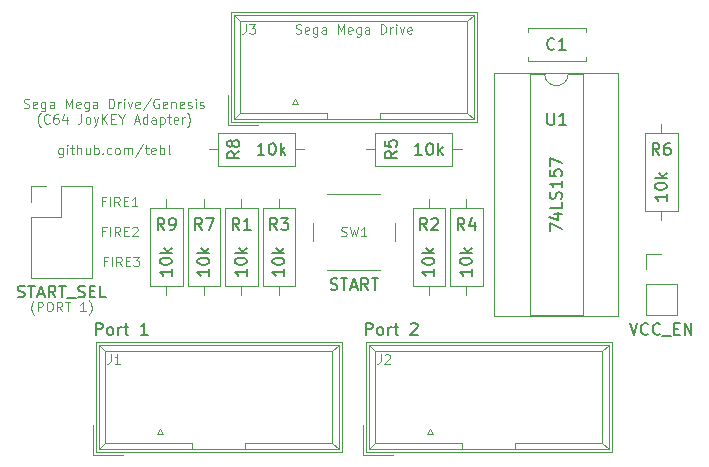
<source format=gto>
G04 #@! TF.GenerationSoftware,KiCad,Pcbnew,(5.1.8)-1*
G04 #@! TF.CreationDate,2021-02-26T23:44:03+01:00*
G04 #@! TF.ProjectId,Sega Mega Drive,53656761-204d-4656-9761-204472697665,rev?*
G04 #@! TF.SameCoordinates,Original*
G04 #@! TF.FileFunction,Legend,Top*
G04 #@! TF.FilePolarity,Positive*
%FSLAX46Y46*%
G04 Gerber Fmt 4.6, Leading zero omitted, Abs format (unit mm)*
G04 Created by KiCad (PCBNEW (5.1.8)-1) date 2021-02-26 23:44:03*
%MOMM*%
%LPD*%
G01*
G04 APERTURE LIST*
%ADD10C,0.100000*%
%ADD11C,0.120000*%
%ADD12C,0.150000*%
G04 APERTURE END LIST*
D10*
X117056190Y-99726666D02*
X117018095Y-99688571D01*
X116941904Y-99574285D01*
X116903809Y-99498095D01*
X116865714Y-99383809D01*
X116827619Y-99193333D01*
X116827619Y-99040952D01*
X116865714Y-98850476D01*
X116903809Y-98736190D01*
X116941904Y-98660000D01*
X117018095Y-98545714D01*
X117056190Y-98507619D01*
X117360952Y-99421904D02*
X117360952Y-98621904D01*
X117665714Y-98621904D01*
X117741904Y-98660000D01*
X117780000Y-98698095D01*
X117818095Y-98774285D01*
X117818095Y-98888571D01*
X117780000Y-98964761D01*
X117741904Y-99002857D01*
X117665714Y-99040952D01*
X117360952Y-99040952D01*
X118313333Y-98621904D02*
X118465714Y-98621904D01*
X118541904Y-98660000D01*
X118618095Y-98736190D01*
X118656190Y-98888571D01*
X118656190Y-99155238D01*
X118618095Y-99307619D01*
X118541904Y-99383809D01*
X118465714Y-99421904D01*
X118313333Y-99421904D01*
X118237142Y-99383809D01*
X118160952Y-99307619D01*
X118122857Y-99155238D01*
X118122857Y-98888571D01*
X118160952Y-98736190D01*
X118237142Y-98660000D01*
X118313333Y-98621904D01*
X119456190Y-99421904D02*
X119189523Y-99040952D01*
X118999047Y-99421904D02*
X118999047Y-98621904D01*
X119303809Y-98621904D01*
X119380000Y-98660000D01*
X119418095Y-98698095D01*
X119456190Y-98774285D01*
X119456190Y-98888571D01*
X119418095Y-98964761D01*
X119380000Y-99002857D01*
X119303809Y-99040952D01*
X118999047Y-99040952D01*
X119684761Y-98621904D02*
X120141904Y-98621904D01*
X119913333Y-99421904D02*
X119913333Y-98621904D01*
X121437142Y-99421904D02*
X120980000Y-99421904D01*
X121208571Y-99421904D02*
X121208571Y-98621904D01*
X121132380Y-98736190D01*
X121056190Y-98812380D01*
X120980000Y-98850476D01*
X121703809Y-99726666D02*
X121741904Y-99688571D01*
X121818095Y-99574285D01*
X121856190Y-99498095D01*
X121894285Y-99383809D01*
X121932380Y-99193333D01*
X121932380Y-99040952D01*
X121894285Y-98850476D01*
X121856190Y-98736190D01*
X121818095Y-98660000D01*
X121741904Y-98545714D01*
X121703809Y-98507619D01*
X123233808Y-95192857D02*
X122967142Y-95192857D01*
X122967142Y-95611904D02*
X122967142Y-94811904D01*
X123348094Y-94811904D01*
X123652856Y-95611904D02*
X123652856Y-94811904D01*
X124490951Y-95611904D02*
X124224285Y-95230952D01*
X124033808Y-95611904D02*
X124033808Y-94811904D01*
X124338570Y-94811904D01*
X124414761Y-94850000D01*
X124452856Y-94888095D01*
X124490951Y-94964285D01*
X124490951Y-95078571D01*
X124452856Y-95154761D01*
X124414761Y-95192857D01*
X124338570Y-95230952D01*
X124033808Y-95230952D01*
X124833808Y-95192857D02*
X125100475Y-95192857D01*
X125214761Y-95611904D02*
X124833808Y-95611904D01*
X124833808Y-94811904D01*
X125214761Y-94811904D01*
X125481427Y-94811904D02*
X125976666Y-94811904D01*
X125709999Y-95116666D01*
X125824285Y-95116666D01*
X125900475Y-95154761D01*
X125938570Y-95192857D01*
X125976666Y-95269047D01*
X125976666Y-95459523D01*
X125938570Y-95535714D01*
X125900475Y-95573809D01*
X125824285Y-95611904D01*
X125595713Y-95611904D01*
X125519523Y-95573809D01*
X125481427Y-95535714D01*
X123102856Y-92652857D02*
X122836190Y-92652857D01*
X122836190Y-93071904D02*
X122836190Y-92271904D01*
X123217142Y-92271904D01*
X123521904Y-93071904D02*
X123521904Y-92271904D01*
X124359999Y-93071904D02*
X124093333Y-92690952D01*
X123902856Y-93071904D02*
X123902856Y-92271904D01*
X124207618Y-92271904D01*
X124283809Y-92310000D01*
X124321904Y-92348095D01*
X124359999Y-92424285D01*
X124359999Y-92538571D01*
X124321904Y-92614761D01*
X124283809Y-92652857D01*
X124207618Y-92690952D01*
X123902856Y-92690952D01*
X124702856Y-92652857D02*
X124969523Y-92652857D01*
X125083809Y-93071904D02*
X124702856Y-93071904D01*
X124702856Y-92271904D01*
X125083809Y-92271904D01*
X125388571Y-92348095D02*
X125426666Y-92310000D01*
X125502856Y-92271904D01*
X125693333Y-92271904D01*
X125769523Y-92310000D01*
X125807618Y-92348095D01*
X125845714Y-92424285D01*
X125845714Y-92500476D01*
X125807618Y-92614761D01*
X125350475Y-93071904D01*
X125845714Y-93071904D01*
X123077142Y-90112857D02*
X122810476Y-90112857D01*
X122810476Y-90531904D02*
X122810476Y-89731904D01*
X123191428Y-89731904D01*
X123496190Y-90531904D02*
X123496190Y-89731904D01*
X124334285Y-90531904D02*
X124067619Y-90150952D01*
X123877142Y-90531904D02*
X123877142Y-89731904D01*
X124181904Y-89731904D01*
X124258095Y-89770000D01*
X124296190Y-89808095D01*
X124334285Y-89884285D01*
X124334285Y-89998571D01*
X124296190Y-90074761D01*
X124258095Y-90112857D01*
X124181904Y-90150952D01*
X123877142Y-90150952D01*
X124677142Y-90112857D02*
X124943809Y-90112857D01*
X125058095Y-90531904D02*
X124677142Y-90531904D01*
X124677142Y-89731904D01*
X125058095Y-89731904D01*
X125820000Y-90531904D02*
X125362857Y-90531904D01*
X125591428Y-90531904D02*
X125591428Y-89731904D01*
X125515238Y-89846190D01*
X125439047Y-89922380D01*
X125362857Y-89960476D01*
X116205952Y-82193809D02*
X116320238Y-82231904D01*
X116510714Y-82231904D01*
X116586904Y-82193809D01*
X116625000Y-82155714D01*
X116663095Y-82079523D01*
X116663095Y-82003333D01*
X116625000Y-81927142D01*
X116586904Y-81889047D01*
X116510714Y-81850952D01*
X116358333Y-81812857D01*
X116282142Y-81774761D01*
X116244047Y-81736666D01*
X116205952Y-81660476D01*
X116205952Y-81584285D01*
X116244047Y-81508095D01*
X116282142Y-81470000D01*
X116358333Y-81431904D01*
X116548809Y-81431904D01*
X116663095Y-81470000D01*
X117310714Y-82193809D02*
X117234523Y-82231904D01*
X117082142Y-82231904D01*
X117005952Y-82193809D01*
X116967857Y-82117619D01*
X116967857Y-81812857D01*
X117005952Y-81736666D01*
X117082142Y-81698571D01*
X117234523Y-81698571D01*
X117310714Y-81736666D01*
X117348809Y-81812857D01*
X117348809Y-81889047D01*
X116967857Y-81965238D01*
X118034523Y-81698571D02*
X118034523Y-82346190D01*
X117996428Y-82422380D01*
X117958333Y-82460476D01*
X117882142Y-82498571D01*
X117767857Y-82498571D01*
X117691666Y-82460476D01*
X118034523Y-82193809D02*
X117958333Y-82231904D01*
X117805952Y-82231904D01*
X117729761Y-82193809D01*
X117691666Y-82155714D01*
X117653571Y-82079523D01*
X117653571Y-81850952D01*
X117691666Y-81774761D01*
X117729761Y-81736666D01*
X117805952Y-81698571D01*
X117958333Y-81698571D01*
X118034523Y-81736666D01*
X118758333Y-82231904D02*
X118758333Y-81812857D01*
X118720238Y-81736666D01*
X118644047Y-81698571D01*
X118491666Y-81698571D01*
X118415476Y-81736666D01*
X118758333Y-82193809D02*
X118682142Y-82231904D01*
X118491666Y-82231904D01*
X118415476Y-82193809D01*
X118377380Y-82117619D01*
X118377380Y-82041428D01*
X118415476Y-81965238D01*
X118491666Y-81927142D01*
X118682142Y-81927142D01*
X118758333Y-81889047D01*
X119748809Y-82231904D02*
X119748809Y-81431904D01*
X120015476Y-82003333D01*
X120282142Y-81431904D01*
X120282142Y-82231904D01*
X120967857Y-82193809D02*
X120891666Y-82231904D01*
X120739285Y-82231904D01*
X120663095Y-82193809D01*
X120625000Y-82117619D01*
X120625000Y-81812857D01*
X120663095Y-81736666D01*
X120739285Y-81698571D01*
X120891666Y-81698571D01*
X120967857Y-81736666D01*
X121005952Y-81812857D01*
X121005952Y-81889047D01*
X120625000Y-81965238D01*
X121691666Y-81698571D02*
X121691666Y-82346190D01*
X121653571Y-82422380D01*
X121615476Y-82460476D01*
X121539285Y-82498571D01*
X121425000Y-82498571D01*
X121348809Y-82460476D01*
X121691666Y-82193809D02*
X121615476Y-82231904D01*
X121463095Y-82231904D01*
X121386904Y-82193809D01*
X121348809Y-82155714D01*
X121310714Y-82079523D01*
X121310714Y-81850952D01*
X121348809Y-81774761D01*
X121386904Y-81736666D01*
X121463095Y-81698571D01*
X121615476Y-81698571D01*
X121691666Y-81736666D01*
X122415476Y-82231904D02*
X122415476Y-81812857D01*
X122377380Y-81736666D01*
X122301190Y-81698571D01*
X122148809Y-81698571D01*
X122072619Y-81736666D01*
X122415476Y-82193809D02*
X122339285Y-82231904D01*
X122148809Y-82231904D01*
X122072619Y-82193809D01*
X122034523Y-82117619D01*
X122034523Y-82041428D01*
X122072619Y-81965238D01*
X122148809Y-81927142D01*
X122339285Y-81927142D01*
X122415476Y-81889047D01*
X123405952Y-82231904D02*
X123405952Y-81431904D01*
X123596428Y-81431904D01*
X123710714Y-81470000D01*
X123786904Y-81546190D01*
X123825000Y-81622380D01*
X123863095Y-81774761D01*
X123863095Y-81889047D01*
X123825000Y-82041428D01*
X123786904Y-82117619D01*
X123710714Y-82193809D01*
X123596428Y-82231904D01*
X123405952Y-82231904D01*
X124205952Y-82231904D02*
X124205952Y-81698571D01*
X124205952Y-81850952D02*
X124244047Y-81774761D01*
X124282142Y-81736666D01*
X124358333Y-81698571D01*
X124434523Y-81698571D01*
X124701190Y-82231904D02*
X124701190Y-81698571D01*
X124701190Y-81431904D02*
X124663095Y-81470000D01*
X124701190Y-81508095D01*
X124739285Y-81470000D01*
X124701190Y-81431904D01*
X124701190Y-81508095D01*
X125005952Y-81698571D02*
X125196428Y-82231904D01*
X125386904Y-81698571D01*
X125996428Y-82193809D02*
X125920238Y-82231904D01*
X125767857Y-82231904D01*
X125691666Y-82193809D01*
X125653571Y-82117619D01*
X125653571Y-81812857D01*
X125691666Y-81736666D01*
X125767857Y-81698571D01*
X125920238Y-81698571D01*
X125996428Y-81736666D01*
X126034523Y-81812857D01*
X126034523Y-81889047D01*
X125653571Y-81965238D01*
X126948809Y-81393809D02*
X126263095Y-82422380D01*
X127634523Y-81470000D02*
X127558333Y-81431904D01*
X127444047Y-81431904D01*
X127329761Y-81470000D01*
X127253571Y-81546190D01*
X127215476Y-81622380D01*
X127177380Y-81774761D01*
X127177380Y-81889047D01*
X127215476Y-82041428D01*
X127253571Y-82117619D01*
X127329761Y-82193809D01*
X127444047Y-82231904D01*
X127520238Y-82231904D01*
X127634523Y-82193809D01*
X127672619Y-82155714D01*
X127672619Y-81889047D01*
X127520238Y-81889047D01*
X128320238Y-82193809D02*
X128244047Y-82231904D01*
X128091666Y-82231904D01*
X128015476Y-82193809D01*
X127977380Y-82117619D01*
X127977380Y-81812857D01*
X128015476Y-81736666D01*
X128091666Y-81698571D01*
X128244047Y-81698571D01*
X128320238Y-81736666D01*
X128358333Y-81812857D01*
X128358333Y-81889047D01*
X127977380Y-81965238D01*
X128701190Y-81698571D02*
X128701190Y-82231904D01*
X128701190Y-81774761D02*
X128739285Y-81736666D01*
X128815476Y-81698571D01*
X128929761Y-81698571D01*
X129005952Y-81736666D01*
X129044047Y-81812857D01*
X129044047Y-82231904D01*
X129729761Y-82193809D02*
X129653571Y-82231904D01*
X129501190Y-82231904D01*
X129425000Y-82193809D01*
X129386904Y-82117619D01*
X129386904Y-81812857D01*
X129425000Y-81736666D01*
X129501190Y-81698571D01*
X129653571Y-81698571D01*
X129729761Y-81736666D01*
X129767857Y-81812857D01*
X129767857Y-81889047D01*
X129386904Y-81965238D01*
X130072619Y-82193809D02*
X130148809Y-82231904D01*
X130301190Y-82231904D01*
X130377380Y-82193809D01*
X130415476Y-82117619D01*
X130415476Y-82079523D01*
X130377380Y-82003333D01*
X130301190Y-81965238D01*
X130186904Y-81965238D01*
X130110714Y-81927142D01*
X130072619Y-81850952D01*
X130072619Y-81812857D01*
X130110714Y-81736666D01*
X130186904Y-81698571D01*
X130301190Y-81698571D01*
X130377380Y-81736666D01*
X130758333Y-82231904D02*
X130758333Y-81698571D01*
X130758333Y-81431904D02*
X130720238Y-81470000D01*
X130758333Y-81508095D01*
X130796428Y-81470000D01*
X130758333Y-81431904D01*
X130758333Y-81508095D01*
X131101190Y-82193809D02*
X131177380Y-82231904D01*
X131329761Y-82231904D01*
X131405952Y-82193809D01*
X131444047Y-82117619D01*
X131444047Y-82079523D01*
X131405952Y-82003333D01*
X131329761Y-81965238D01*
X131215476Y-81965238D01*
X131139285Y-81927142D01*
X131101190Y-81850952D01*
X131101190Y-81812857D01*
X131139285Y-81736666D01*
X131215476Y-81698571D01*
X131329761Y-81698571D01*
X131405952Y-81736666D01*
X117615476Y-83836666D02*
X117577380Y-83798571D01*
X117501190Y-83684285D01*
X117463095Y-83608095D01*
X117425000Y-83493809D01*
X117386904Y-83303333D01*
X117386904Y-83150952D01*
X117425000Y-82960476D01*
X117463095Y-82846190D01*
X117501190Y-82770000D01*
X117577380Y-82655714D01*
X117615476Y-82617619D01*
X118377380Y-83455714D02*
X118339285Y-83493809D01*
X118225000Y-83531904D01*
X118148809Y-83531904D01*
X118034523Y-83493809D01*
X117958333Y-83417619D01*
X117920238Y-83341428D01*
X117882142Y-83189047D01*
X117882142Y-83074761D01*
X117920238Y-82922380D01*
X117958333Y-82846190D01*
X118034523Y-82770000D01*
X118148809Y-82731904D01*
X118225000Y-82731904D01*
X118339285Y-82770000D01*
X118377380Y-82808095D01*
X119063095Y-82731904D02*
X118910714Y-82731904D01*
X118834523Y-82770000D01*
X118796428Y-82808095D01*
X118720238Y-82922380D01*
X118682142Y-83074761D01*
X118682142Y-83379523D01*
X118720238Y-83455714D01*
X118758333Y-83493809D01*
X118834523Y-83531904D01*
X118986904Y-83531904D01*
X119063095Y-83493809D01*
X119101190Y-83455714D01*
X119139285Y-83379523D01*
X119139285Y-83189047D01*
X119101190Y-83112857D01*
X119063095Y-83074761D01*
X118986904Y-83036666D01*
X118834523Y-83036666D01*
X118758333Y-83074761D01*
X118720238Y-83112857D01*
X118682142Y-83189047D01*
X119825000Y-82998571D02*
X119825000Y-83531904D01*
X119634523Y-82693809D02*
X119444047Y-83265238D01*
X119939285Y-83265238D01*
X121082142Y-82731904D02*
X121082142Y-83303333D01*
X121044047Y-83417619D01*
X120967857Y-83493809D01*
X120853571Y-83531904D01*
X120777380Y-83531904D01*
X121577380Y-83531904D02*
X121501190Y-83493809D01*
X121463095Y-83455714D01*
X121425000Y-83379523D01*
X121425000Y-83150952D01*
X121463095Y-83074761D01*
X121501190Y-83036666D01*
X121577380Y-82998571D01*
X121691666Y-82998571D01*
X121767857Y-83036666D01*
X121805952Y-83074761D01*
X121844047Y-83150952D01*
X121844047Y-83379523D01*
X121805952Y-83455714D01*
X121767857Y-83493809D01*
X121691666Y-83531904D01*
X121577380Y-83531904D01*
X122110714Y-82998571D02*
X122301190Y-83531904D01*
X122491666Y-82998571D02*
X122301190Y-83531904D01*
X122225000Y-83722380D01*
X122186904Y-83760476D01*
X122110714Y-83798571D01*
X122796428Y-83531904D02*
X122796428Y-82731904D01*
X123253571Y-83531904D02*
X122910714Y-83074761D01*
X123253571Y-82731904D02*
X122796428Y-83189047D01*
X123596428Y-83112857D02*
X123863095Y-83112857D01*
X123977380Y-83531904D02*
X123596428Y-83531904D01*
X123596428Y-82731904D01*
X123977380Y-82731904D01*
X124472619Y-83150952D02*
X124472619Y-83531904D01*
X124205952Y-82731904D02*
X124472619Y-83150952D01*
X124739285Y-82731904D01*
X125577380Y-83303333D02*
X125958333Y-83303333D01*
X125501190Y-83531904D02*
X125767857Y-82731904D01*
X126034523Y-83531904D01*
X126644047Y-83531904D02*
X126644047Y-82731904D01*
X126644047Y-83493809D02*
X126567857Y-83531904D01*
X126415476Y-83531904D01*
X126339285Y-83493809D01*
X126301190Y-83455714D01*
X126263095Y-83379523D01*
X126263095Y-83150952D01*
X126301190Y-83074761D01*
X126339285Y-83036666D01*
X126415476Y-82998571D01*
X126567857Y-82998571D01*
X126644047Y-83036666D01*
X127367857Y-83531904D02*
X127367857Y-83112857D01*
X127329761Y-83036666D01*
X127253571Y-82998571D01*
X127101190Y-82998571D01*
X127025000Y-83036666D01*
X127367857Y-83493809D02*
X127291666Y-83531904D01*
X127101190Y-83531904D01*
X127025000Y-83493809D01*
X126986904Y-83417619D01*
X126986904Y-83341428D01*
X127025000Y-83265238D01*
X127101190Y-83227142D01*
X127291666Y-83227142D01*
X127367857Y-83189047D01*
X127748809Y-82998571D02*
X127748809Y-83798571D01*
X127748809Y-83036666D02*
X127825000Y-82998571D01*
X127977380Y-82998571D01*
X128053571Y-83036666D01*
X128091666Y-83074761D01*
X128129761Y-83150952D01*
X128129761Y-83379523D01*
X128091666Y-83455714D01*
X128053571Y-83493809D01*
X127977380Y-83531904D01*
X127825000Y-83531904D01*
X127748809Y-83493809D01*
X128358333Y-82998571D02*
X128663095Y-82998571D01*
X128472619Y-82731904D02*
X128472619Y-83417619D01*
X128510714Y-83493809D01*
X128586904Y-83531904D01*
X128663095Y-83531904D01*
X129234523Y-83493809D02*
X129158333Y-83531904D01*
X129005952Y-83531904D01*
X128929761Y-83493809D01*
X128891666Y-83417619D01*
X128891666Y-83112857D01*
X128929761Y-83036666D01*
X129005952Y-82998571D01*
X129158333Y-82998571D01*
X129234523Y-83036666D01*
X129272619Y-83112857D01*
X129272619Y-83189047D01*
X128891666Y-83265238D01*
X129615476Y-83531904D02*
X129615476Y-82998571D01*
X129615476Y-83150952D02*
X129653571Y-83074761D01*
X129691666Y-83036666D01*
X129767857Y-82998571D01*
X129844047Y-82998571D01*
X130034523Y-83836666D02*
X130072619Y-83798571D01*
X130148809Y-83684285D01*
X130186904Y-83608095D01*
X130225000Y-83493809D01*
X130263095Y-83303333D01*
X130263095Y-83150952D01*
X130225000Y-82960476D01*
X130186904Y-82846190D01*
X130148809Y-82770000D01*
X130072619Y-82655714D01*
X130034523Y-82617619D01*
X119501190Y-85598571D02*
X119501190Y-86246190D01*
X119463095Y-86322380D01*
X119425000Y-86360476D01*
X119348809Y-86398571D01*
X119234523Y-86398571D01*
X119158333Y-86360476D01*
X119501190Y-86093809D02*
X119425000Y-86131904D01*
X119272619Y-86131904D01*
X119196428Y-86093809D01*
X119158333Y-86055714D01*
X119120238Y-85979523D01*
X119120238Y-85750952D01*
X119158333Y-85674761D01*
X119196428Y-85636666D01*
X119272619Y-85598571D01*
X119425000Y-85598571D01*
X119501190Y-85636666D01*
X119882142Y-86131904D02*
X119882142Y-85598571D01*
X119882142Y-85331904D02*
X119844047Y-85370000D01*
X119882142Y-85408095D01*
X119920238Y-85370000D01*
X119882142Y-85331904D01*
X119882142Y-85408095D01*
X120148809Y-85598571D02*
X120453571Y-85598571D01*
X120263095Y-85331904D02*
X120263095Y-86017619D01*
X120301190Y-86093809D01*
X120377380Y-86131904D01*
X120453571Y-86131904D01*
X120720238Y-86131904D02*
X120720238Y-85331904D01*
X121063095Y-86131904D02*
X121063095Y-85712857D01*
X121025000Y-85636666D01*
X120948809Y-85598571D01*
X120834523Y-85598571D01*
X120758333Y-85636666D01*
X120720238Y-85674761D01*
X121786904Y-85598571D02*
X121786904Y-86131904D01*
X121444047Y-85598571D02*
X121444047Y-86017619D01*
X121482142Y-86093809D01*
X121558333Y-86131904D01*
X121672619Y-86131904D01*
X121748809Y-86093809D01*
X121786904Y-86055714D01*
X122167857Y-86131904D02*
X122167857Y-85331904D01*
X122167857Y-85636666D02*
X122244047Y-85598571D01*
X122396428Y-85598571D01*
X122472619Y-85636666D01*
X122510714Y-85674761D01*
X122548809Y-85750952D01*
X122548809Y-85979523D01*
X122510714Y-86055714D01*
X122472619Y-86093809D01*
X122396428Y-86131904D01*
X122244047Y-86131904D01*
X122167857Y-86093809D01*
X122891666Y-86055714D02*
X122929761Y-86093809D01*
X122891666Y-86131904D01*
X122853571Y-86093809D01*
X122891666Y-86055714D01*
X122891666Y-86131904D01*
X123615476Y-86093809D02*
X123539285Y-86131904D01*
X123386904Y-86131904D01*
X123310714Y-86093809D01*
X123272619Y-86055714D01*
X123234523Y-85979523D01*
X123234523Y-85750952D01*
X123272619Y-85674761D01*
X123310714Y-85636666D01*
X123386904Y-85598571D01*
X123539285Y-85598571D01*
X123615476Y-85636666D01*
X124072619Y-86131904D02*
X123996428Y-86093809D01*
X123958333Y-86055714D01*
X123920238Y-85979523D01*
X123920238Y-85750952D01*
X123958333Y-85674761D01*
X123996428Y-85636666D01*
X124072619Y-85598571D01*
X124186904Y-85598571D01*
X124263095Y-85636666D01*
X124301190Y-85674761D01*
X124339285Y-85750952D01*
X124339285Y-85979523D01*
X124301190Y-86055714D01*
X124263095Y-86093809D01*
X124186904Y-86131904D01*
X124072619Y-86131904D01*
X124682142Y-86131904D02*
X124682142Y-85598571D01*
X124682142Y-85674761D02*
X124720238Y-85636666D01*
X124796428Y-85598571D01*
X124910714Y-85598571D01*
X124986904Y-85636666D01*
X125025000Y-85712857D01*
X125025000Y-86131904D01*
X125025000Y-85712857D02*
X125063095Y-85636666D01*
X125139285Y-85598571D01*
X125253571Y-85598571D01*
X125329761Y-85636666D01*
X125367857Y-85712857D01*
X125367857Y-86131904D01*
X126320238Y-85293809D02*
X125634523Y-86322380D01*
X126472619Y-85598571D02*
X126777380Y-85598571D01*
X126586904Y-85331904D02*
X126586904Y-86017619D01*
X126625000Y-86093809D01*
X126701190Y-86131904D01*
X126777380Y-86131904D01*
X127348809Y-86093809D02*
X127272619Y-86131904D01*
X127120238Y-86131904D01*
X127044047Y-86093809D01*
X127005952Y-86017619D01*
X127005952Y-85712857D01*
X127044047Y-85636666D01*
X127120238Y-85598571D01*
X127272619Y-85598571D01*
X127348809Y-85636666D01*
X127386904Y-85712857D01*
X127386904Y-85789047D01*
X127005952Y-85865238D01*
X127729761Y-86131904D02*
X127729761Y-85331904D01*
X127729761Y-85636666D02*
X127805952Y-85598571D01*
X127958333Y-85598571D01*
X128034523Y-85636666D01*
X128072619Y-85674761D01*
X128110714Y-85750952D01*
X128110714Y-85979523D01*
X128072619Y-86055714D01*
X128034523Y-86093809D01*
X127958333Y-86131904D01*
X127805952Y-86131904D01*
X127729761Y-86093809D01*
X128567857Y-86131904D02*
X128491666Y-86093809D01*
X128453571Y-86017619D01*
X128453571Y-85331904D01*
D11*
X116780000Y-96580000D02*
X121980000Y-96580000D01*
X116780000Y-91440000D02*
X116780000Y-96580000D01*
X121980000Y-88840000D02*
X121980000Y-96580000D01*
X116780000Y-91440000D02*
X119380000Y-91440000D01*
X119380000Y-91440000D02*
X119380000Y-88840000D01*
X119380000Y-88840000D02*
X121980000Y-88840000D01*
X116780000Y-90170000D02*
X116780000Y-88840000D01*
X116780000Y-88840000D02*
X118110000Y-88840000D01*
X139378500Y-81895438D02*
X138878500Y-81895438D01*
X138878500Y-81895438D02*
X139128500Y-81462425D01*
X139128500Y-81462425D02*
X139378500Y-81895438D01*
X133465000Y-83665000D02*
X133465000Y-81125000D01*
X133465000Y-83665000D02*
X136005000Y-83665000D01*
X133715000Y-83415000D02*
X133715000Y-74065000D01*
X154575000Y-83415000D02*
X133715000Y-83415000D01*
X154575000Y-74065000D02*
X154575000Y-83415000D01*
X133715000Y-74065000D02*
X154575000Y-74065000D01*
D10*
X154325000Y-83165000D02*
X153765000Y-82615000D01*
X133965000Y-83165000D02*
X134505000Y-82615000D01*
X154325000Y-74315000D02*
X153765000Y-74865000D01*
X133965000Y-74315000D02*
X134505000Y-74865000D01*
X153765000Y-74865000D02*
X153765000Y-82615000D01*
X154325000Y-74315000D02*
X154325000Y-83165000D01*
X134505000Y-74865000D02*
X134505000Y-82615000D01*
X133965000Y-74315000D02*
X133965000Y-83165000D01*
X146395000Y-82615000D02*
X146395000Y-83165000D01*
X141895000Y-82615000D02*
X141895000Y-83165000D01*
X146395000Y-82615000D02*
X153765000Y-82615000D01*
X134505000Y-82615000D02*
X141895000Y-82615000D01*
X133965000Y-83165000D02*
X154325000Y-83165000D01*
X134505000Y-74865000D02*
X153765000Y-74865000D01*
X133965000Y-74315000D02*
X154325000Y-74315000D01*
X145395000Y-102255000D02*
X165755000Y-102255000D01*
X145935000Y-102805000D02*
X165195000Y-102805000D01*
X145395000Y-111105000D02*
X165755000Y-111105000D01*
X145935000Y-110555000D02*
X153325000Y-110555000D01*
X157825000Y-110555000D02*
X165195000Y-110555000D01*
X153325000Y-110555000D02*
X153325000Y-111105000D01*
X157825000Y-110555000D02*
X157825000Y-111105000D01*
X145395000Y-102255000D02*
X145395000Y-111105000D01*
X145935000Y-102805000D02*
X145935000Y-110555000D01*
X165755000Y-102255000D02*
X165755000Y-111105000D01*
X165195000Y-102805000D02*
X165195000Y-110555000D01*
X145395000Y-102255000D02*
X145935000Y-102805000D01*
X165755000Y-102255000D02*
X165195000Y-102805000D01*
X145395000Y-111105000D02*
X145935000Y-110555000D01*
X165755000Y-111105000D02*
X165195000Y-110555000D01*
D11*
X145145000Y-102005000D02*
X166005000Y-102005000D01*
X166005000Y-102005000D02*
X166005000Y-111355000D01*
X166005000Y-111355000D02*
X145145000Y-111355000D01*
X145145000Y-111355000D02*
X145145000Y-102005000D01*
X144895000Y-111605000D02*
X147435000Y-111605000D01*
X144895000Y-111605000D02*
X144895000Y-109065000D01*
X150558500Y-109402425D02*
X150808500Y-109835438D01*
X150308500Y-109835438D02*
X150558500Y-109402425D01*
X150808500Y-109835438D02*
X150308500Y-109835438D01*
X163800000Y-78205000D02*
X158860000Y-78205000D01*
X163800000Y-75465000D02*
X158860000Y-75465000D01*
X163800000Y-78205000D02*
X163800000Y-77890000D01*
X163800000Y-75780000D02*
X163800000Y-75465000D01*
X158860000Y-78205000D02*
X158860000Y-77890000D01*
X158860000Y-75780000D02*
X158860000Y-75465000D01*
D10*
X122535000Y-102255000D02*
X142895000Y-102255000D01*
X123075000Y-102805000D02*
X142335000Y-102805000D01*
X122535000Y-111105000D02*
X142895000Y-111105000D01*
X123075000Y-110555000D02*
X130465000Y-110555000D01*
X134965000Y-110555000D02*
X142335000Y-110555000D01*
X130465000Y-110555000D02*
X130465000Y-111105000D01*
X134965000Y-110555000D02*
X134965000Y-111105000D01*
X122535000Y-102255000D02*
X122535000Y-111105000D01*
X123075000Y-102805000D02*
X123075000Y-110555000D01*
X142895000Y-102255000D02*
X142895000Y-111105000D01*
X142335000Y-102805000D02*
X142335000Y-110555000D01*
X122535000Y-102255000D02*
X123075000Y-102805000D01*
X142895000Y-102255000D02*
X142335000Y-102805000D01*
X122535000Y-111105000D02*
X123075000Y-110555000D01*
X142895000Y-111105000D02*
X142335000Y-110555000D01*
D11*
X122285000Y-102005000D02*
X143145000Y-102005000D01*
X143145000Y-102005000D02*
X143145000Y-111355000D01*
X143145000Y-111355000D02*
X122285000Y-111355000D01*
X122285000Y-111355000D02*
X122285000Y-102005000D01*
X122035000Y-111605000D02*
X124575000Y-111605000D01*
X122035000Y-111605000D02*
X122035000Y-109065000D01*
X127698500Y-109402425D02*
X127948500Y-109835438D01*
X127448500Y-109835438D02*
X127698500Y-109402425D01*
X127948500Y-109835438D02*
X127448500Y-109835438D01*
X147645000Y-93460000D02*
X147645000Y-91960000D01*
X146395000Y-89460000D02*
X141895000Y-89460000D01*
X140645000Y-91960000D02*
X140645000Y-93460000D01*
X141895000Y-95960000D02*
X146395000Y-95960000D01*
X160290000Y-79315000D02*
X159040000Y-79315000D01*
X159040000Y-79315000D02*
X159040000Y-99755000D01*
X159040000Y-99755000D02*
X163540000Y-99755000D01*
X163540000Y-99755000D02*
X163540000Y-79315000D01*
X163540000Y-79315000D02*
X162290000Y-79315000D01*
X156040000Y-79255000D02*
X156040000Y-99815000D01*
X156040000Y-99815000D02*
X166540000Y-99815000D01*
X166540000Y-99815000D02*
X166540000Y-79255000D01*
X166540000Y-79255000D02*
X156040000Y-79255000D01*
X162290000Y-79315000D02*
G75*
G02*
X160290000Y-79315000I-1000000J0D01*
G01*
X168850000Y-94555000D02*
X170180000Y-94555000D01*
X168850000Y-95885000D02*
X168850000Y-94555000D01*
X168850000Y-97155000D02*
X171510000Y-97155000D01*
X171510000Y-97155000D02*
X171510000Y-99755000D01*
X168850000Y-97155000D02*
X168850000Y-99755000D01*
X168850000Y-99755000D02*
X171510000Y-99755000D01*
X134620000Y-98020000D02*
X134620000Y-97250000D01*
X134620000Y-89940000D02*
X134620000Y-90710000D01*
X135990000Y-97250000D02*
X135990000Y-90710000D01*
X133250000Y-97250000D02*
X135990000Y-97250000D01*
X133250000Y-90710000D02*
X133250000Y-97250000D01*
X135990000Y-90710000D02*
X133250000Y-90710000D01*
X151865000Y-90710000D02*
X149125000Y-90710000D01*
X149125000Y-90710000D02*
X149125000Y-97250000D01*
X149125000Y-97250000D02*
X151865000Y-97250000D01*
X151865000Y-97250000D02*
X151865000Y-90710000D01*
X150495000Y-89940000D02*
X150495000Y-90710000D01*
X150495000Y-98020000D02*
X150495000Y-97250000D01*
X137795000Y-98020000D02*
X137795000Y-97250000D01*
X137795000Y-89940000D02*
X137795000Y-90710000D01*
X139165000Y-97250000D02*
X139165000Y-90710000D01*
X136425000Y-97250000D02*
X139165000Y-97250000D01*
X136425000Y-90710000D02*
X136425000Y-97250000D01*
X139165000Y-90710000D02*
X136425000Y-90710000D01*
X155040000Y-90710000D02*
X152300000Y-90710000D01*
X152300000Y-90710000D02*
X152300000Y-97250000D01*
X152300000Y-97250000D02*
X155040000Y-97250000D01*
X155040000Y-97250000D02*
X155040000Y-90710000D01*
X153670000Y-89940000D02*
X153670000Y-90710000D01*
X153670000Y-98020000D02*
X153670000Y-97250000D01*
X145185000Y-85725000D02*
X145955000Y-85725000D01*
X153265000Y-85725000D02*
X152495000Y-85725000D01*
X145955000Y-87095000D02*
X152495000Y-87095000D01*
X145955000Y-84355000D02*
X145955000Y-87095000D01*
X152495000Y-84355000D02*
X145955000Y-84355000D01*
X152495000Y-87095000D02*
X152495000Y-84355000D01*
X171550000Y-84360000D02*
X168810000Y-84360000D01*
X168810000Y-84360000D02*
X168810000Y-90900000D01*
X168810000Y-90900000D02*
X171550000Y-90900000D01*
X171550000Y-90900000D02*
X171550000Y-84360000D01*
X170180000Y-83590000D02*
X170180000Y-84360000D01*
X170180000Y-91670000D02*
X170180000Y-90900000D01*
X131445000Y-98020000D02*
X131445000Y-97250000D01*
X131445000Y-89940000D02*
X131445000Y-90710000D01*
X132815000Y-97250000D02*
X132815000Y-90710000D01*
X130075000Y-97250000D02*
X132815000Y-97250000D01*
X130075000Y-90710000D02*
X130075000Y-97250000D01*
X132815000Y-90710000D02*
X130075000Y-90710000D01*
X132620000Y-84355000D02*
X132620000Y-87095000D01*
X132620000Y-87095000D02*
X139160000Y-87095000D01*
X139160000Y-87095000D02*
X139160000Y-84355000D01*
X139160000Y-84355000D02*
X132620000Y-84355000D01*
X131850000Y-85725000D02*
X132620000Y-85725000D01*
X139930000Y-85725000D02*
X139160000Y-85725000D01*
X129640000Y-90710000D02*
X126900000Y-90710000D01*
X126900000Y-90710000D02*
X126900000Y-97250000D01*
X126900000Y-97250000D02*
X129640000Y-97250000D01*
X129640000Y-97250000D02*
X129640000Y-90710000D01*
X128270000Y-89940000D02*
X128270000Y-90710000D01*
X128270000Y-98020000D02*
X128270000Y-97250000D01*
D12*
X115689523Y-98194761D02*
X115832380Y-98242380D01*
X116070476Y-98242380D01*
X116165714Y-98194761D01*
X116213333Y-98147142D01*
X116260952Y-98051904D01*
X116260952Y-97956666D01*
X116213333Y-97861428D01*
X116165714Y-97813809D01*
X116070476Y-97766190D01*
X115880000Y-97718571D01*
X115784761Y-97670952D01*
X115737142Y-97623333D01*
X115689523Y-97528095D01*
X115689523Y-97432857D01*
X115737142Y-97337619D01*
X115784761Y-97290000D01*
X115880000Y-97242380D01*
X116118095Y-97242380D01*
X116260952Y-97290000D01*
X116546666Y-97242380D02*
X117118095Y-97242380D01*
X116832380Y-98242380D02*
X116832380Y-97242380D01*
X117403809Y-97956666D02*
X117880000Y-97956666D01*
X117308571Y-98242380D02*
X117641904Y-97242380D01*
X117975238Y-98242380D01*
X118880000Y-98242380D02*
X118546666Y-97766190D01*
X118308571Y-98242380D02*
X118308571Y-97242380D01*
X118689523Y-97242380D01*
X118784761Y-97290000D01*
X118832380Y-97337619D01*
X118880000Y-97432857D01*
X118880000Y-97575714D01*
X118832380Y-97670952D01*
X118784761Y-97718571D01*
X118689523Y-97766190D01*
X118308571Y-97766190D01*
X119165714Y-97242380D02*
X119737142Y-97242380D01*
X119451428Y-98242380D02*
X119451428Y-97242380D01*
X119832380Y-98337619D02*
X120594285Y-98337619D01*
X120784761Y-98194761D02*
X120927619Y-98242380D01*
X121165714Y-98242380D01*
X121260952Y-98194761D01*
X121308571Y-98147142D01*
X121356190Y-98051904D01*
X121356190Y-97956666D01*
X121308571Y-97861428D01*
X121260952Y-97813809D01*
X121165714Y-97766190D01*
X120975238Y-97718571D01*
X120880000Y-97670952D01*
X120832380Y-97623333D01*
X120784761Y-97528095D01*
X120784761Y-97432857D01*
X120832380Y-97337619D01*
X120880000Y-97290000D01*
X120975238Y-97242380D01*
X121213333Y-97242380D01*
X121356190Y-97290000D01*
X121784761Y-97718571D02*
X122118095Y-97718571D01*
X122260952Y-98242380D02*
X121784761Y-98242380D01*
X121784761Y-97242380D01*
X122260952Y-97242380D01*
X123165714Y-98242380D02*
X122689523Y-98242380D01*
X122689523Y-97242380D01*
D10*
X134988333Y-75126904D02*
X134988333Y-75698333D01*
X134950238Y-75812619D01*
X134874047Y-75888809D01*
X134759761Y-75926904D01*
X134683571Y-75926904D01*
X135293095Y-75126904D02*
X135788333Y-75126904D01*
X135521666Y-75431666D01*
X135635952Y-75431666D01*
X135712142Y-75469761D01*
X135750238Y-75507857D01*
X135788333Y-75584047D01*
X135788333Y-75774523D01*
X135750238Y-75850714D01*
X135712142Y-75888809D01*
X135635952Y-75926904D01*
X135407380Y-75926904D01*
X135331190Y-75888809D01*
X135293095Y-75850714D01*
X139230714Y-75888809D02*
X139345000Y-75926904D01*
X139535476Y-75926904D01*
X139611666Y-75888809D01*
X139649761Y-75850714D01*
X139687857Y-75774523D01*
X139687857Y-75698333D01*
X139649761Y-75622142D01*
X139611666Y-75584047D01*
X139535476Y-75545952D01*
X139383095Y-75507857D01*
X139306904Y-75469761D01*
X139268809Y-75431666D01*
X139230714Y-75355476D01*
X139230714Y-75279285D01*
X139268809Y-75203095D01*
X139306904Y-75165000D01*
X139383095Y-75126904D01*
X139573571Y-75126904D01*
X139687857Y-75165000D01*
X140335476Y-75888809D02*
X140259285Y-75926904D01*
X140106904Y-75926904D01*
X140030714Y-75888809D01*
X139992619Y-75812619D01*
X139992619Y-75507857D01*
X140030714Y-75431666D01*
X140106904Y-75393571D01*
X140259285Y-75393571D01*
X140335476Y-75431666D01*
X140373571Y-75507857D01*
X140373571Y-75584047D01*
X139992619Y-75660238D01*
X141059285Y-75393571D02*
X141059285Y-76041190D01*
X141021190Y-76117380D01*
X140983095Y-76155476D01*
X140906904Y-76193571D01*
X140792619Y-76193571D01*
X140716428Y-76155476D01*
X141059285Y-75888809D02*
X140983095Y-75926904D01*
X140830714Y-75926904D01*
X140754523Y-75888809D01*
X140716428Y-75850714D01*
X140678333Y-75774523D01*
X140678333Y-75545952D01*
X140716428Y-75469761D01*
X140754523Y-75431666D01*
X140830714Y-75393571D01*
X140983095Y-75393571D01*
X141059285Y-75431666D01*
X141783095Y-75926904D02*
X141783095Y-75507857D01*
X141745000Y-75431666D01*
X141668809Y-75393571D01*
X141516428Y-75393571D01*
X141440238Y-75431666D01*
X141783095Y-75888809D02*
X141706904Y-75926904D01*
X141516428Y-75926904D01*
X141440238Y-75888809D01*
X141402142Y-75812619D01*
X141402142Y-75736428D01*
X141440238Y-75660238D01*
X141516428Y-75622142D01*
X141706904Y-75622142D01*
X141783095Y-75584047D01*
X142773571Y-75926904D02*
X142773571Y-75126904D01*
X143040238Y-75698333D01*
X143306904Y-75126904D01*
X143306904Y-75926904D01*
X143992619Y-75888809D02*
X143916428Y-75926904D01*
X143764047Y-75926904D01*
X143687857Y-75888809D01*
X143649761Y-75812619D01*
X143649761Y-75507857D01*
X143687857Y-75431666D01*
X143764047Y-75393571D01*
X143916428Y-75393571D01*
X143992619Y-75431666D01*
X144030714Y-75507857D01*
X144030714Y-75584047D01*
X143649761Y-75660238D01*
X144716428Y-75393571D02*
X144716428Y-76041190D01*
X144678333Y-76117380D01*
X144640238Y-76155476D01*
X144564047Y-76193571D01*
X144449761Y-76193571D01*
X144373571Y-76155476D01*
X144716428Y-75888809D02*
X144640238Y-75926904D01*
X144487857Y-75926904D01*
X144411666Y-75888809D01*
X144373571Y-75850714D01*
X144335476Y-75774523D01*
X144335476Y-75545952D01*
X144373571Y-75469761D01*
X144411666Y-75431666D01*
X144487857Y-75393571D01*
X144640238Y-75393571D01*
X144716428Y-75431666D01*
X145440238Y-75926904D02*
X145440238Y-75507857D01*
X145402142Y-75431666D01*
X145325952Y-75393571D01*
X145173571Y-75393571D01*
X145097380Y-75431666D01*
X145440238Y-75888809D02*
X145364047Y-75926904D01*
X145173571Y-75926904D01*
X145097380Y-75888809D01*
X145059285Y-75812619D01*
X145059285Y-75736428D01*
X145097380Y-75660238D01*
X145173571Y-75622142D01*
X145364047Y-75622142D01*
X145440238Y-75584047D01*
X146430714Y-75926904D02*
X146430714Y-75126904D01*
X146621190Y-75126904D01*
X146735476Y-75165000D01*
X146811666Y-75241190D01*
X146849761Y-75317380D01*
X146887857Y-75469761D01*
X146887857Y-75584047D01*
X146849761Y-75736428D01*
X146811666Y-75812619D01*
X146735476Y-75888809D01*
X146621190Y-75926904D01*
X146430714Y-75926904D01*
X147230714Y-75926904D02*
X147230714Y-75393571D01*
X147230714Y-75545952D02*
X147268809Y-75469761D01*
X147306904Y-75431666D01*
X147383095Y-75393571D01*
X147459285Y-75393571D01*
X147725952Y-75926904D02*
X147725952Y-75393571D01*
X147725952Y-75126904D02*
X147687857Y-75165000D01*
X147725952Y-75203095D01*
X147764047Y-75165000D01*
X147725952Y-75126904D01*
X147725952Y-75203095D01*
X148030714Y-75393571D02*
X148221190Y-75926904D01*
X148411666Y-75393571D01*
X149021190Y-75888809D02*
X148945000Y-75926904D01*
X148792619Y-75926904D01*
X148716428Y-75888809D01*
X148678333Y-75812619D01*
X148678333Y-75507857D01*
X148716428Y-75431666D01*
X148792619Y-75393571D01*
X148945000Y-75393571D01*
X149021190Y-75431666D01*
X149059285Y-75507857D01*
X149059285Y-75584047D01*
X148678333Y-75660238D01*
X146418333Y-103066904D02*
X146418333Y-103638333D01*
X146380238Y-103752619D01*
X146304047Y-103828809D01*
X146189761Y-103866904D01*
X146113571Y-103866904D01*
X146761190Y-103143095D02*
X146799285Y-103105000D01*
X146875476Y-103066904D01*
X147065952Y-103066904D01*
X147142142Y-103105000D01*
X147180238Y-103143095D01*
X147218333Y-103219285D01*
X147218333Y-103295476D01*
X147180238Y-103409761D01*
X146723095Y-103866904D01*
X147218333Y-103866904D01*
D12*
X145153333Y-101417380D02*
X145153333Y-100417380D01*
X145534285Y-100417380D01*
X145629523Y-100465000D01*
X145677142Y-100512619D01*
X145724761Y-100607857D01*
X145724761Y-100750714D01*
X145677142Y-100845952D01*
X145629523Y-100893571D01*
X145534285Y-100941190D01*
X145153333Y-100941190D01*
X146296190Y-101417380D02*
X146200952Y-101369761D01*
X146153333Y-101322142D01*
X146105714Y-101226904D01*
X146105714Y-100941190D01*
X146153333Y-100845952D01*
X146200952Y-100798333D01*
X146296190Y-100750714D01*
X146439047Y-100750714D01*
X146534285Y-100798333D01*
X146581904Y-100845952D01*
X146629523Y-100941190D01*
X146629523Y-101226904D01*
X146581904Y-101322142D01*
X146534285Y-101369761D01*
X146439047Y-101417380D01*
X146296190Y-101417380D01*
X147058095Y-101417380D02*
X147058095Y-100750714D01*
X147058095Y-100941190D02*
X147105714Y-100845952D01*
X147153333Y-100798333D01*
X147248571Y-100750714D01*
X147343809Y-100750714D01*
X147534285Y-100750714D02*
X147915238Y-100750714D01*
X147677142Y-100417380D02*
X147677142Y-101274523D01*
X147724761Y-101369761D01*
X147820000Y-101417380D01*
X147915238Y-101417380D01*
X148962857Y-100512619D02*
X149010476Y-100465000D01*
X149105714Y-100417380D01*
X149343809Y-100417380D01*
X149439047Y-100465000D01*
X149486666Y-100512619D01*
X149534285Y-100607857D01*
X149534285Y-100703095D01*
X149486666Y-100845952D01*
X148915238Y-101417380D01*
X149534285Y-101417380D01*
X161123333Y-77192142D02*
X161075714Y-77239761D01*
X160932857Y-77287380D01*
X160837619Y-77287380D01*
X160694761Y-77239761D01*
X160599523Y-77144523D01*
X160551904Y-77049285D01*
X160504285Y-76858809D01*
X160504285Y-76715952D01*
X160551904Y-76525476D01*
X160599523Y-76430238D01*
X160694761Y-76335000D01*
X160837619Y-76287380D01*
X160932857Y-76287380D01*
X161075714Y-76335000D01*
X161123333Y-76382619D01*
X162075714Y-77287380D02*
X161504285Y-77287380D01*
X161790000Y-77287380D02*
X161790000Y-76287380D01*
X161694761Y-76430238D01*
X161599523Y-76525476D01*
X161504285Y-76573095D01*
D10*
X123558333Y-103066904D02*
X123558333Y-103638333D01*
X123520238Y-103752619D01*
X123444047Y-103828809D01*
X123329761Y-103866904D01*
X123253571Y-103866904D01*
X124358333Y-103866904D02*
X123901190Y-103866904D01*
X124129761Y-103866904D02*
X124129761Y-103066904D01*
X124053571Y-103181190D01*
X123977380Y-103257380D01*
X123901190Y-103295476D01*
D12*
X122293333Y-101417380D02*
X122293333Y-100417380D01*
X122674285Y-100417380D01*
X122769523Y-100465000D01*
X122817142Y-100512619D01*
X122864761Y-100607857D01*
X122864761Y-100750714D01*
X122817142Y-100845952D01*
X122769523Y-100893571D01*
X122674285Y-100941190D01*
X122293333Y-100941190D01*
X123436190Y-101417380D02*
X123340952Y-101369761D01*
X123293333Y-101322142D01*
X123245714Y-101226904D01*
X123245714Y-100941190D01*
X123293333Y-100845952D01*
X123340952Y-100798333D01*
X123436190Y-100750714D01*
X123579047Y-100750714D01*
X123674285Y-100798333D01*
X123721904Y-100845952D01*
X123769523Y-100941190D01*
X123769523Y-101226904D01*
X123721904Y-101322142D01*
X123674285Y-101369761D01*
X123579047Y-101417380D01*
X123436190Y-101417380D01*
X124198095Y-101417380D02*
X124198095Y-100750714D01*
X124198095Y-100941190D02*
X124245714Y-100845952D01*
X124293333Y-100798333D01*
X124388571Y-100750714D01*
X124483809Y-100750714D01*
X124674285Y-100750714D02*
X125055238Y-100750714D01*
X124817142Y-100417380D02*
X124817142Y-101274523D01*
X124864761Y-101369761D01*
X124960000Y-101417380D01*
X125055238Y-101417380D01*
X126674285Y-101417380D02*
X126102857Y-101417380D01*
X126388571Y-101417380D02*
X126388571Y-100417380D01*
X126293333Y-100560238D01*
X126198095Y-100655476D01*
X126102857Y-100703095D01*
X142168809Y-97564761D02*
X142311666Y-97612380D01*
X142549761Y-97612380D01*
X142645000Y-97564761D01*
X142692619Y-97517142D01*
X142740238Y-97421904D01*
X142740238Y-97326666D01*
X142692619Y-97231428D01*
X142645000Y-97183809D01*
X142549761Y-97136190D01*
X142359285Y-97088571D01*
X142264047Y-97040952D01*
X142216428Y-96993333D01*
X142168809Y-96898095D01*
X142168809Y-96802857D01*
X142216428Y-96707619D01*
X142264047Y-96660000D01*
X142359285Y-96612380D01*
X142597380Y-96612380D01*
X142740238Y-96660000D01*
X143025952Y-96612380D02*
X143597380Y-96612380D01*
X143311666Y-97612380D02*
X143311666Y-96612380D01*
X143883095Y-97326666D02*
X144359285Y-97326666D01*
X143787857Y-97612380D02*
X144121190Y-96612380D01*
X144454523Y-97612380D01*
X145359285Y-97612380D02*
X145025952Y-97136190D01*
X144787857Y-97612380D02*
X144787857Y-96612380D01*
X145168809Y-96612380D01*
X145264047Y-96660000D01*
X145311666Y-96707619D01*
X145359285Y-96802857D01*
X145359285Y-96945714D01*
X145311666Y-97040952D01*
X145264047Y-97088571D01*
X145168809Y-97136190D01*
X144787857Y-97136190D01*
X145645000Y-96612380D02*
X146216428Y-96612380D01*
X145930714Y-97612380D02*
X145930714Y-96612380D01*
D10*
X143078333Y-93033809D02*
X143192619Y-93071904D01*
X143383095Y-93071904D01*
X143459285Y-93033809D01*
X143497380Y-92995714D01*
X143535476Y-92919523D01*
X143535476Y-92843333D01*
X143497380Y-92767142D01*
X143459285Y-92729047D01*
X143383095Y-92690952D01*
X143230714Y-92652857D01*
X143154523Y-92614761D01*
X143116428Y-92576666D01*
X143078333Y-92500476D01*
X143078333Y-92424285D01*
X143116428Y-92348095D01*
X143154523Y-92310000D01*
X143230714Y-92271904D01*
X143421190Y-92271904D01*
X143535476Y-92310000D01*
X143802142Y-92271904D02*
X143992619Y-93071904D01*
X144145000Y-92500476D01*
X144297380Y-93071904D01*
X144487857Y-92271904D01*
X145211666Y-93071904D02*
X144754523Y-93071904D01*
X144983095Y-93071904D02*
X144983095Y-92271904D01*
X144906904Y-92386190D01*
X144830714Y-92462380D01*
X144754523Y-92500476D01*
D12*
X160528095Y-82637380D02*
X160528095Y-83446904D01*
X160575714Y-83542142D01*
X160623333Y-83589761D01*
X160718571Y-83637380D01*
X160909047Y-83637380D01*
X161004285Y-83589761D01*
X161051904Y-83542142D01*
X161099523Y-83446904D01*
X161099523Y-82637380D01*
X162099523Y-83637380D02*
X161528095Y-83637380D01*
X161813809Y-83637380D02*
X161813809Y-82637380D01*
X161718571Y-82780238D01*
X161623333Y-82875476D01*
X161528095Y-82923095D01*
X160742380Y-92654047D02*
X160742380Y-91987380D01*
X161742380Y-92415952D01*
X161075714Y-91177857D02*
X161742380Y-91177857D01*
X160694761Y-91415952D02*
X161409047Y-91654047D01*
X161409047Y-91035000D01*
X161742380Y-90177857D02*
X161742380Y-90654047D01*
X160742380Y-90654047D01*
X161694761Y-89892142D02*
X161742380Y-89749285D01*
X161742380Y-89511190D01*
X161694761Y-89415952D01*
X161647142Y-89368333D01*
X161551904Y-89320714D01*
X161456666Y-89320714D01*
X161361428Y-89368333D01*
X161313809Y-89415952D01*
X161266190Y-89511190D01*
X161218571Y-89701666D01*
X161170952Y-89796904D01*
X161123333Y-89844523D01*
X161028095Y-89892142D01*
X160932857Y-89892142D01*
X160837619Y-89844523D01*
X160790000Y-89796904D01*
X160742380Y-89701666D01*
X160742380Y-89463571D01*
X160790000Y-89320714D01*
X161742380Y-88368333D02*
X161742380Y-88939761D01*
X161742380Y-88654047D02*
X160742380Y-88654047D01*
X160885238Y-88749285D01*
X160980476Y-88844523D01*
X161028095Y-88939761D01*
X160742380Y-87463571D02*
X160742380Y-87939761D01*
X161218571Y-87987380D01*
X161170952Y-87939761D01*
X161123333Y-87844523D01*
X161123333Y-87606428D01*
X161170952Y-87511190D01*
X161218571Y-87463571D01*
X161313809Y-87415952D01*
X161551904Y-87415952D01*
X161647142Y-87463571D01*
X161694761Y-87511190D01*
X161742380Y-87606428D01*
X161742380Y-87844523D01*
X161694761Y-87939761D01*
X161647142Y-87987380D01*
X160742380Y-87082619D02*
X160742380Y-86415952D01*
X161742380Y-86844523D01*
X167489523Y-100417380D02*
X167822857Y-101417380D01*
X168156190Y-100417380D01*
X169060952Y-101322142D02*
X169013333Y-101369761D01*
X168870476Y-101417380D01*
X168775238Y-101417380D01*
X168632380Y-101369761D01*
X168537142Y-101274523D01*
X168489523Y-101179285D01*
X168441904Y-100988809D01*
X168441904Y-100845952D01*
X168489523Y-100655476D01*
X168537142Y-100560238D01*
X168632380Y-100465000D01*
X168775238Y-100417380D01*
X168870476Y-100417380D01*
X169013333Y-100465000D01*
X169060952Y-100512619D01*
X170060952Y-101322142D02*
X170013333Y-101369761D01*
X169870476Y-101417380D01*
X169775238Y-101417380D01*
X169632380Y-101369761D01*
X169537142Y-101274523D01*
X169489523Y-101179285D01*
X169441904Y-100988809D01*
X169441904Y-100845952D01*
X169489523Y-100655476D01*
X169537142Y-100560238D01*
X169632380Y-100465000D01*
X169775238Y-100417380D01*
X169870476Y-100417380D01*
X170013333Y-100465000D01*
X170060952Y-100512619D01*
X170251428Y-101512619D02*
X171013333Y-101512619D01*
X171251428Y-100893571D02*
X171584761Y-100893571D01*
X171727619Y-101417380D02*
X171251428Y-101417380D01*
X171251428Y-100417380D01*
X171727619Y-100417380D01*
X172156190Y-101417380D02*
X172156190Y-100417380D01*
X172727619Y-101417380D01*
X172727619Y-100417380D01*
X134453333Y-92527380D02*
X134120000Y-92051190D01*
X133881904Y-92527380D02*
X133881904Y-91527380D01*
X134262857Y-91527380D01*
X134358095Y-91575000D01*
X134405714Y-91622619D01*
X134453333Y-91717857D01*
X134453333Y-91860714D01*
X134405714Y-91955952D01*
X134358095Y-92003571D01*
X134262857Y-92051190D01*
X133881904Y-92051190D01*
X135405714Y-92527380D02*
X134834285Y-92527380D01*
X135120000Y-92527380D02*
X135120000Y-91527380D01*
X135024761Y-91670238D01*
X134929523Y-91765476D01*
X134834285Y-91813095D01*
X135072380Y-95845238D02*
X135072380Y-96416666D01*
X135072380Y-96130952D02*
X134072380Y-96130952D01*
X134215238Y-96226190D01*
X134310476Y-96321428D01*
X134358095Y-96416666D01*
X134072380Y-95226190D02*
X134072380Y-95130952D01*
X134120000Y-95035714D01*
X134167619Y-94988095D01*
X134262857Y-94940476D01*
X134453333Y-94892857D01*
X134691428Y-94892857D01*
X134881904Y-94940476D01*
X134977142Y-94988095D01*
X135024761Y-95035714D01*
X135072380Y-95130952D01*
X135072380Y-95226190D01*
X135024761Y-95321428D01*
X134977142Y-95369047D01*
X134881904Y-95416666D01*
X134691428Y-95464285D01*
X134453333Y-95464285D01*
X134262857Y-95416666D01*
X134167619Y-95369047D01*
X134120000Y-95321428D01*
X134072380Y-95226190D01*
X135072380Y-94464285D02*
X134072380Y-94464285D01*
X134691428Y-94369047D02*
X135072380Y-94083333D01*
X134405714Y-94083333D02*
X134786666Y-94464285D01*
X150328333Y-92527380D02*
X149995000Y-92051190D01*
X149756904Y-92527380D02*
X149756904Y-91527380D01*
X150137857Y-91527380D01*
X150233095Y-91575000D01*
X150280714Y-91622619D01*
X150328333Y-91717857D01*
X150328333Y-91860714D01*
X150280714Y-91955952D01*
X150233095Y-92003571D01*
X150137857Y-92051190D01*
X149756904Y-92051190D01*
X150709285Y-91622619D02*
X150756904Y-91575000D01*
X150852142Y-91527380D01*
X151090238Y-91527380D01*
X151185476Y-91575000D01*
X151233095Y-91622619D01*
X151280714Y-91717857D01*
X151280714Y-91813095D01*
X151233095Y-91955952D01*
X150661666Y-92527380D01*
X151280714Y-92527380D01*
X150947380Y-95845238D02*
X150947380Y-96416666D01*
X150947380Y-96130952D02*
X149947380Y-96130952D01*
X150090238Y-96226190D01*
X150185476Y-96321428D01*
X150233095Y-96416666D01*
X149947380Y-95226190D02*
X149947380Y-95130952D01*
X149995000Y-95035714D01*
X150042619Y-94988095D01*
X150137857Y-94940476D01*
X150328333Y-94892857D01*
X150566428Y-94892857D01*
X150756904Y-94940476D01*
X150852142Y-94988095D01*
X150899761Y-95035714D01*
X150947380Y-95130952D01*
X150947380Y-95226190D01*
X150899761Y-95321428D01*
X150852142Y-95369047D01*
X150756904Y-95416666D01*
X150566428Y-95464285D01*
X150328333Y-95464285D01*
X150137857Y-95416666D01*
X150042619Y-95369047D01*
X149995000Y-95321428D01*
X149947380Y-95226190D01*
X150947380Y-94464285D02*
X149947380Y-94464285D01*
X150566428Y-94369047D02*
X150947380Y-94083333D01*
X150280714Y-94083333D02*
X150661666Y-94464285D01*
X137628333Y-92527380D02*
X137295000Y-92051190D01*
X137056904Y-92527380D02*
X137056904Y-91527380D01*
X137437857Y-91527380D01*
X137533095Y-91575000D01*
X137580714Y-91622619D01*
X137628333Y-91717857D01*
X137628333Y-91860714D01*
X137580714Y-91955952D01*
X137533095Y-92003571D01*
X137437857Y-92051190D01*
X137056904Y-92051190D01*
X137961666Y-91527380D02*
X138580714Y-91527380D01*
X138247380Y-91908333D01*
X138390238Y-91908333D01*
X138485476Y-91955952D01*
X138533095Y-92003571D01*
X138580714Y-92098809D01*
X138580714Y-92336904D01*
X138533095Y-92432142D01*
X138485476Y-92479761D01*
X138390238Y-92527380D01*
X138104523Y-92527380D01*
X138009285Y-92479761D01*
X137961666Y-92432142D01*
X138247380Y-95845238D02*
X138247380Y-96416666D01*
X138247380Y-96130952D02*
X137247380Y-96130952D01*
X137390238Y-96226190D01*
X137485476Y-96321428D01*
X137533095Y-96416666D01*
X137247380Y-95226190D02*
X137247380Y-95130952D01*
X137295000Y-95035714D01*
X137342619Y-94988095D01*
X137437857Y-94940476D01*
X137628333Y-94892857D01*
X137866428Y-94892857D01*
X138056904Y-94940476D01*
X138152142Y-94988095D01*
X138199761Y-95035714D01*
X138247380Y-95130952D01*
X138247380Y-95226190D01*
X138199761Y-95321428D01*
X138152142Y-95369047D01*
X138056904Y-95416666D01*
X137866428Y-95464285D01*
X137628333Y-95464285D01*
X137437857Y-95416666D01*
X137342619Y-95369047D01*
X137295000Y-95321428D01*
X137247380Y-95226190D01*
X138247380Y-94464285D02*
X137247380Y-94464285D01*
X137866428Y-94369047D02*
X138247380Y-94083333D01*
X137580714Y-94083333D02*
X137961666Y-94464285D01*
X153503333Y-92527380D02*
X153170000Y-92051190D01*
X152931904Y-92527380D02*
X152931904Y-91527380D01*
X153312857Y-91527380D01*
X153408095Y-91575000D01*
X153455714Y-91622619D01*
X153503333Y-91717857D01*
X153503333Y-91860714D01*
X153455714Y-91955952D01*
X153408095Y-92003571D01*
X153312857Y-92051190D01*
X152931904Y-92051190D01*
X154360476Y-91860714D02*
X154360476Y-92527380D01*
X154122380Y-91479761D02*
X153884285Y-92194047D01*
X154503333Y-92194047D01*
X154122380Y-95845238D02*
X154122380Y-96416666D01*
X154122380Y-96130952D02*
X153122380Y-96130952D01*
X153265238Y-96226190D01*
X153360476Y-96321428D01*
X153408095Y-96416666D01*
X153122380Y-95226190D02*
X153122380Y-95130952D01*
X153170000Y-95035714D01*
X153217619Y-94988095D01*
X153312857Y-94940476D01*
X153503333Y-94892857D01*
X153741428Y-94892857D01*
X153931904Y-94940476D01*
X154027142Y-94988095D01*
X154074761Y-95035714D01*
X154122380Y-95130952D01*
X154122380Y-95226190D01*
X154074761Y-95321428D01*
X154027142Y-95369047D01*
X153931904Y-95416666D01*
X153741428Y-95464285D01*
X153503333Y-95464285D01*
X153312857Y-95416666D01*
X153217619Y-95369047D01*
X153170000Y-95321428D01*
X153122380Y-95226190D01*
X154122380Y-94464285D02*
X153122380Y-94464285D01*
X153741428Y-94369047D02*
X154122380Y-94083333D01*
X153455714Y-94083333D02*
X153836666Y-94464285D01*
X147772380Y-85891666D02*
X147296190Y-86225000D01*
X147772380Y-86463095D02*
X146772380Y-86463095D01*
X146772380Y-86082142D01*
X146820000Y-85986904D01*
X146867619Y-85939285D01*
X146962857Y-85891666D01*
X147105714Y-85891666D01*
X147200952Y-85939285D01*
X147248571Y-85986904D01*
X147296190Y-86082142D01*
X147296190Y-86463095D01*
X146772380Y-84986904D02*
X146772380Y-85463095D01*
X147248571Y-85510714D01*
X147200952Y-85463095D01*
X147153333Y-85367857D01*
X147153333Y-85129761D01*
X147200952Y-85034523D01*
X147248571Y-84986904D01*
X147343809Y-84939285D01*
X147581904Y-84939285D01*
X147677142Y-84986904D01*
X147724761Y-85034523D01*
X147772380Y-85129761D01*
X147772380Y-85367857D01*
X147724761Y-85463095D01*
X147677142Y-85510714D01*
X149899761Y-86177380D02*
X149328333Y-86177380D01*
X149614047Y-86177380D02*
X149614047Y-85177380D01*
X149518809Y-85320238D01*
X149423571Y-85415476D01*
X149328333Y-85463095D01*
X150518809Y-85177380D02*
X150614047Y-85177380D01*
X150709285Y-85225000D01*
X150756904Y-85272619D01*
X150804523Y-85367857D01*
X150852142Y-85558333D01*
X150852142Y-85796428D01*
X150804523Y-85986904D01*
X150756904Y-86082142D01*
X150709285Y-86129761D01*
X150614047Y-86177380D01*
X150518809Y-86177380D01*
X150423571Y-86129761D01*
X150375952Y-86082142D01*
X150328333Y-85986904D01*
X150280714Y-85796428D01*
X150280714Y-85558333D01*
X150328333Y-85367857D01*
X150375952Y-85272619D01*
X150423571Y-85225000D01*
X150518809Y-85177380D01*
X151280714Y-86177380D02*
X151280714Y-85177380D01*
X151375952Y-85796428D02*
X151661666Y-86177380D01*
X151661666Y-85510714D02*
X151280714Y-85891666D01*
X170013333Y-86177380D02*
X169680000Y-85701190D01*
X169441904Y-86177380D02*
X169441904Y-85177380D01*
X169822857Y-85177380D01*
X169918095Y-85225000D01*
X169965714Y-85272619D01*
X170013333Y-85367857D01*
X170013333Y-85510714D01*
X169965714Y-85605952D01*
X169918095Y-85653571D01*
X169822857Y-85701190D01*
X169441904Y-85701190D01*
X170870476Y-85177380D02*
X170680000Y-85177380D01*
X170584761Y-85225000D01*
X170537142Y-85272619D01*
X170441904Y-85415476D01*
X170394285Y-85605952D01*
X170394285Y-85986904D01*
X170441904Y-86082142D01*
X170489523Y-86129761D01*
X170584761Y-86177380D01*
X170775238Y-86177380D01*
X170870476Y-86129761D01*
X170918095Y-86082142D01*
X170965714Y-85986904D01*
X170965714Y-85748809D01*
X170918095Y-85653571D01*
X170870476Y-85605952D01*
X170775238Y-85558333D01*
X170584761Y-85558333D01*
X170489523Y-85605952D01*
X170441904Y-85653571D01*
X170394285Y-85748809D01*
X170632380Y-89495238D02*
X170632380Y-90066666D01*
X170632380Y-89780952D02*
X169632380Y-89780952D01*
X169775238Y-89876190D01*
X169870476Y-89971428D01*
X169918095Y-90066666D01*
X169632380Y-88876190D02*
X169632380Y-88780952D01*
X169680000Y-88685714D01*
X169727619Y-88638095D01*
X169822857Y-88590476D01*
X170013333Y-88542857D01*
X170251428Y-88542857D01*
X170441904Y-88590476D01*
X170537142Y-88638095D01*
X170584761Y-88685714D01*
X170632380Y-88780952D01*
X170632380Y-88876190D01*
X170584761Y-88971428D01*
X170537142Y-89019047D01*
X170441904Y-89066666D01*
X170251428Y-89114285D01*
X170013333Y-89114285D01*
X169822857Y-89066666D01*
X169727619Y-89019047D01*
X169680000Y-88971428D01*
X169632380Y-88876190D01*
X170632380Y-88114285D02*
X169632380Y-88114285D01*
X170251428Y-88019047D02*
X170632380Y-87733333D01*
X169965714Y-87733333D02*
X170346666Y-88114285D01*
X131278333Y-92527380D02*
X130945000Y-92051190D01*
X130706904Y-92527380D02*
X130706904Y-91527380D01*
X131087857Y-91527380D01*
X131183095Y-91575000D01*
X131230714Y-91622619D01*
X131278333Y-91717857D01*
X131278333Y-91860714D01*
X131230714Y-91955952D01*
X131183095Y-92003571D01*
X131087857Y-92051190D01*
X130706904Y-92051190D01*
X131611666Y-91527380D02*
X132278333Y-91527380D01*
X131849761Y-92527380D01*
X131897380Y-95845238D02*
X131897380Y-96416666D01*
X131897380Y-96130952D02*
X130897380Y-96130952D01*
X131040238Y-96226190D01*
X131135476Y-96321428D01*
X131183095Y-96416666D01*
X130897380Y-95226190D02*
X130897380Y-95130952D01*
X130945000Y-95035714D01*
X130992619Y-94988095D01*
X131087857Y-94940476D01*
X131278333Y-94892857D01*
X131516428Y-94892857D01*
X131706904Y-94940476D01*
X131802142Y-94988095D01*
X131849761Y-95035714D01*
X131897380Y-95130952D01*
X131897380Y-95226190D01*
X131849761Y-95321428D01*
X131802142Y-95369047D01*
X131706904Y-95416666D01*
X131516428Y-95464285D01*
X131278333Y-95464285D01*
X131087857Y-95416666D01*
X130992619Y-95369047D01*
X130945000Y-95321428D01*
X130897380Y-95226190D01*
X131897380Y-94464285D02*
X130897380Y-94464285D01*
X131516428Y-94369047D02*
X131897380Y-94083333D01*
X131230714Y-94083333D02*
X131611666Y-94464285D01*
X134437380Y-85891666D02*
X133961190Y-86225000D01*
X134437380Y-86463095D02*
X133437380Y-86463095D01*
X133437380Y-86082142D01*
X133485000Y-85986904D01*
X133532619Y-85939285D01*
X133627857Y-85891666D01*
X133770714Y-85891666D01*
X133865952Y-85939285D01*
X133913571Y-85986904D01*
X133961190Y-86082142D01*
X133961190Y-86463095D01*
X133865952Y-85320238D02*
X133818333Y-85415476D01*
X133770714Y-85463095D01*
X133675476Y-85510714D01*
X133627857Y-85510714D01*
X133532619Y-85463095D01*
X133485000Y-85415476D01*
X133437380Y-85320238D01*
X133437380Y-85129761D01*
X133485000Y-85034523D01*
X133532619Y-84986904D01*
X133627857Y-84939285D01*
X133675476Y-84939285D01*
X133770714Y-84986904D01*
X133818333Y-85034523D01*
X133865952Y-85129761D01*
X133865952Y-85320238D01*
X133913571Y-85415476D01*
X133961190Y-85463095D01*
X134056428Y-85510714D01*
X134246904Y-85510714D01*
X134342142Y-85463095D01*
X134389761Y-85415476D01*
X134437380Y-85320238D01*
X134437380Y-85129761D01*
X134389761Y-85034523D01*
X134342142Y-84986904D01*
X134246904Y-84939285D01*
X134056428Y-84939285D01*
X133961190Y-84986904D01*
X133913571Y-85034523D01*
X133865952Y-85129761D01*
X136564761Y-86177380D02*
X135993333Y-86177380D01*
X136279047Y-86177380D02*
X136279047Y-85177380D01*
X136183809Y-85320238D01*
X136088571Y-85415476D01*
X135993333Y-85463095D01*
X137183809Y-85177380D02*
X137279047Y-85177380D01*
X137374285Y-85225000D01*
X137421904Y-85272619D01*
X137469523Y-85367857D01*
X137517142Y-85558333D01*
X137517142Y-85796428D01*
X137469523Y-85986904D01*
X137421904Y-86082142D01*
X137374285Y-86129761D01*
X137279047Y-86177380D01*
X137183809Y-86177380D01*
X137088571Y-86129761D01*
X137040952Y-86082142D01*
X136993333Y-85986904D01*
X136945714Y-85796428D01*
X136945714Y-85558333D01*
X136993333Y-85367857D01*
X137040952Y-85272619D01*
X137088571Y-85225000D01*
X137183809Y-85177380D01*
X137945714Y-86177380D02*
X137945714Y-85177380D01*
X138040952Y-85796428D02*
X138326666Y-86177380D01*
X138326666Y-85510714D02*
X137945714Y-85891666D01*
X128103333Y-92527380D02*
X127770000Y-92051190D01*
X127531904Y-92527380D02*
X127531904Y-91527380D01*
X127912857Y-91527380D01*
X128008095Y-91575000D01*
X128055714Y-91622619D01*
X128103333Y-91717857D01*
X128103333Y-91860714D01*
X128055714Y-91955952D01*
X128008095Y-92003571D01*
X127912857Y-92051190D01*
X127531904Y-92051190D01*
X128579523Y-92527380D02*
X128770000Y-92527380D01*
X128865238Y-92479761D01*
X128912857Y-92432142D01*
X129008095Y-92289285D01*
X129055714Y-92098809D01*
X129055714Y-91717857D01*
X129008095Y-91622619D01*
X128960476Y-91575000D01*
X128865238Y-91527380D01*
X128674761Y-91527380D01*
X128579523Y-91575000D01*
X128531904Y-91622619D01*
X128484285Y-91717857D01*
X128484285Y-91955952D01*
X128531904Y-92051190D01*
X128579523Y-92098809D01*
X128674761Y-92146428D01*
X128865238Y-92146428D01*
X128960476Y-92098809D01*
X129008095Y-92051190D01*
X129055714Y-91955952D01*
X128722380Y-95845238D02*
X128722380Y-96416666D01*
X128722380Y-96130952D02*
X127722380Y-96130952D01*
X127865238Y-96226190D01*
X127960476Y-96321428D01*
X128008095Y-96416666D01*
X127722380Y-95226190D02*
X127722380Y-95130952D01*
X127770000Y-95035714D01*
X127817619Y-94988095D01*
X127912857Y-94940476D01*
X128103333Y-94892857D01*
X128341428Y-94892857D01*
X128531904Y-94940476D01*
X128627142Y-94988095D01*
X128674761Y-95035714D01*
X128722380Y-95130952D01*
X128722380Y-95226190D01*
X128674761Y-95321428D01*
X128627142Y-95369047D01*
X128531904Y-95416666D01*
X128341428Y-95464285D01*
X128103333Y-95464285D01*
X127912857Y-95416666D01*
X127817619Y-95369047D01*
X127770000Y-95321428D01*
X127722380Y-95226190D01*
X128722380Y-94464285D02*
X127722380Y-94464285D01*
X128341428Y-94369047D02*
X128722380Y-94083333D01*
X128055714Y-94083333D02*
X128436666Y-94464285D01*
M02*

</source>
